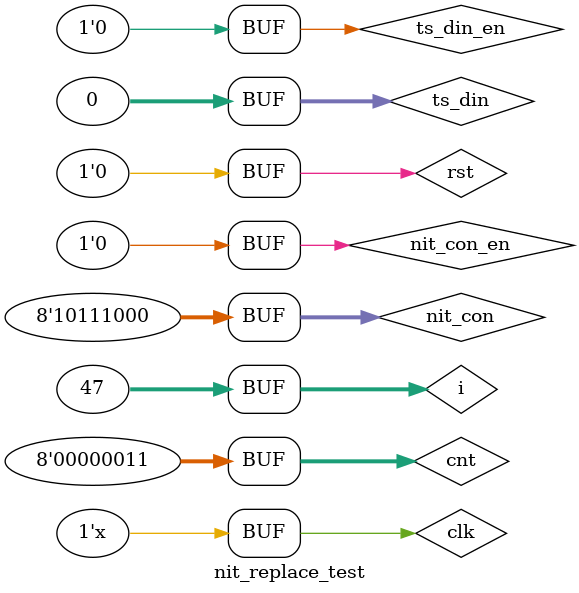
<source format=v>
`timescale 1ns / 1ps


module nit_replace_test;

	// Inputs
	reg clk;
	reg rst;
	reg [31:0] ts_din;
	reg ts_din_en;
	reg [7:0]nit_con;
	reg nit_con_en;

	// Outputs
	wire [31:0] ts_dout;
	wire ts_dout_en;

	// Instantiate the Unit Under Test (UUT)
	nit_replace uut (
		.clk(clk), 
		.rst(rst), 
		.ts_din(ts_din), 
		.ts_din_en(ts_din_en), 
		.nit_con(nit_con), 
		.nit_con_en(nit_con_en), 
		.ts_dout(ts_dout), 
		.ts_dout_en(ts_dout_en)
	);

reg	[7:0]cnt;
integer	i=0;
	initial begin
		// Initialize Inputs
		clk = 0;
		rst = 0;
		ts_din = 0;
		ts_din_en = 0;
		nit_con = 0;
		nit_con_en = 0;

		#3 rst=1;
		// Wait 100 ns for global reset to finish
		#100;
		
		rst=0;
		cnt=0;
		#10 nit_con=5;
			nit_con_en=1;
		#10 nit_con=8'h47;
		#10 nit_con=8'h10;
		#10 nit_con=8'h01;
		#10	nit_con=cnt;
		for(i=1;i<185;i=i+1)
		#10 nit_con=i;
		cnt=cnt+1;
		#10 nit_con=8'h47;
		#10 nit_con=8'h10;
		#10 nit_con=8'h01;
		#10	nit_con=cnt;
		for(i=1;i<185;i=i+1)
		#10 nit_con=i;
		#10 nit_con=8'h47;
		#10 nit_con=8'h10;
		#10 nit_con=8'h01;
		#10	nit_con=cnt;
		for(i=1;i<185;i=i+1)
		#10 nit_con=i;
		#10 nit_con=8'h47;
		#10 nit_con=8'h10;
		#10 nit_con=8'h01;
		#10	nit_con=cnt;
		for(i=1;i<185;i=i+1)
		#10 nit_con=i;
		#10 nit_con=8'h47;
		#10 nit_con=8'h10;
		#10 nit_con=8'h01;
		#10	nit_con=cnt;
		for(i=1;i<185;i=i+1)
		#10 nit_con=i;
		#10 nit_con_en=0;
        
		// Add stimulus here
		cnt=0;
		
		ts_send();
		
		#100;
		#10 ts_din_en=1;
		ts_din=1;
		#10 ts_din=32'h47400100;
		
		for(i=1;i<47;i=i+1)
		#10 ts_din=0;
		#10 ts_din_en=0;
		#100;
		ts_send();
		
		#100;
		
		ts_send();
		
		#100;
		#10 ts_din_en=1;
		ts_din=1;
		#10 ts_din=32'h47400100;
		for(i=1;i<47;i=i+1)
		#10 ts_din=0;
		#10 ts_din_en=0;
		
			#100;
		#10 ts_din_en=1;
		ts_din=1;
		#10 ts_din=32'h47400100;
		for(i=1;i<47;i=i+1)
		#10 ts_din=0;
		#10 ts_din_en=0;
		
			#100;
		#10 ts_din_en=1;
		ts_din=1;
		#10 ts_din=32'h47400100;
		for(i=1;i<47;i=i+1)
		#10 ts_din=0;
		#10 ts_din_en=0;
		
		
			#100;
		#10 ts_din_en=1;
		ts_din=1;
		#10 ts_din=32'h47400100;
		for(i=1;i<47;i=i+1)
		#10 ts_din=0;
		#10 ts_din_en=0;
		
		
			#100;
		#10 ts_din_en=1;
		ts_din=1;
		#10 ts_din=32'h47400100;
		for(i=1;i<47;i=i+1)
		#10 ts_din=0;
		#10 ts_din_en=0;
		
			#100;
		#10 ts_din_en=1;
		ts_din=1;
		#10 ts_din=32'h47400100;
		for(i=1;i<47;i=i+1)
		#10 ts_din=0;
		#10 ts_din_en=0;
		
	end
	
	always #5 clk=~clk;
	
	task ts_send();
	begin
		
		#10 ts_din_en=1;
		ts_din=1;
		#10 ts_din=	32'h47020101;
		for(i=1;i<47;i=i+1)
		#10 ts_din=i;
		#10 ts_din=0;
		ts_din_en=0;
	
		
		cnt=cnt+1;
	end
	endtask
      
endmodule


</source>
